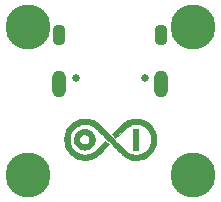
<source format=gbr>
%TF.GenerationSoftware,KiCad,Pcbnew,(5.1.10)-1*%
%TF.CreationDate,2021-07-01T01:20:02+08:00*%
%TF.ProjectId,u1,75312e6b-6963-4616-945f-706362585858,rev?*%
%TF.SameCoordinates,Original*%
%TF.FileFunction,Soldermask,Bot*%
%TF.FilePolarity,Negative*%
%FSLAX46Y46*%
G04 Gerber Fmt 4.6, Leading zero omitted, Abs format (unit mm)*
G04 Created by KiCad (PCBNEW (5.1.10)-1) date 2021-07-01 01:20:02*
%MOMM*%
%LPD*%
G01*
G04 APERTURE LIST*
%ADD10C,0.010000*%
%ADD11O,1.200000X2.300000*%
%ADD12C,0.650000*%
%ADD13O,1.100000X1.800000*%
%ADD14C,3.800000*%
G04 APERTURE END LIST*
D10*
%TO.C,G\u002A\u002A\u002A*%
G36*
X111011067Y-99766681D02*
G01*
X110826497Y-99792614D01*
X110648454Y-99835541D01*
X110481125Y-99894248D01*
X110339273Y-99961679D01*
X110292174Y-99987874D01*
X110248848Y-100013327D01*
X110207549Y-100039538D01*
X110166531Y-100068010D01*
X110124049Y-100100244D01*
X110078357Y-100137742D01*
X110027709Y-100182006D01*
X109970360Y-100234537D01*
X109904564Y-100296838D01*
X109828576Y-100370410D01*
X109740649Y-100456754D01*
X109639039Y-100557372D01*
X109588819Y-100607277D01*
X109121228Y-101072261D01*
X109274064Y-101225321D01*
X109426899Y-101378381D01*
X109874427Y-100932965D01*
X109960999Y-100847207D01*
X110044834Y-100764935D01*
X110124116Y-100687878D01*
X110197029Y-100617765D01*
X110261758Y-100556329D01*
X110316487Y-100505297D01*
X110359400Y-100466401D01*
X110388682Y-100441369D01*
X110397000Y-100435039D01*
X110547628Y-100342609D01*
X110703625Y-100272560D01*
X110865793Y-100224636D01*
X111034934Y-100198584D01*
X111159001Y-100193225D01*
X111332645Y-100204438D01*
X111500555Y-100237558D01*
X111661105Y-100291806D01*
X111812669Y-100366402D01*
X111953621Y-100460567D01*
X112082336Y-100573521D01*
X112180046Y-100682648D01*
X112239446Y-100766101D01*
X112297731Y-100865006D01*
X112351130Y-100971876D01*
X112395875Y-101079225D01*
X112425877Y-101170954D01*
X112437311Y-101214154D01*
X112445627Y-101251497D01*
X112451316Y-101288071D01*
X112454870Y-101328959D01*
X112456779Y-101379247D01*
X112457534Y-101444019D01*
X112457639Y-101500000D01*
X112457395Y-101577774D01*
X112456337Y-101637544D01*
X112453974Y-101684395D01*
X112449815Y-101723413D01*
X112443369Y-101759682D01*
X112434145Y-101798287D01*
X112425877Y-101829045D01*
X112392274Y-101930330D01*
X112346589Y-102037944D01*
X112292592Y-102144400D01*
X112234051Y-102242213D01*
X112180046Y-102317351D01*
X112067233Y-102441859D01*
X111942570Y-102547753D01*
X111802837Y-102637638D01*
X111749129Y-102666125D01*
X111600007Y-102731434D01*
X111451408Y-102775746D01*
X111297867Y-102800363D01*
X111159000Y-102806774D01*
X110984564Y-102796031D01*
X110817673Y-102763623D01*
X110657471Y-102709276D01*
X110503101Y-102632719D01*
X110397000Y-102565034D01*
X110378301Y-102549484D01*
X110343951Y-102518144D01*
X110294563Y-102471616D01*
X110230751Y-102410501D01*
X110153130Y-102335399D01*
X110062312Y-102246911D01*
X109958913Y-102145639D01*
X109843544Y-102032183D01*
X109716821Y-101907144D01*
X109579357Y-101771123D01*
X109431765Y-101624722D01*
X109274660Y-101468540D01*
X109132773Y-101327223D01*
X108966016Y-101161007D01*
X108814714Y-101010252D01*
X108677965Y-100874121D01*
X108554865Y-100751777D01*
X108444513Y-100642382D01*
X108346006Y-100545100D01*
X108258442Y-100459094D01*
X108180918Y-100383525D01*
X108112532Y-100317558D01*
X108052382Y-100260354D01*
X107999564Y-100211077D01*
X107953177Y-100168890D01*
X107912318Y-100132956D01*
X107876085Y-100102437D01*
X107843576Y-100076496D01*
X107813887Y-100054296D01*
X107786116Y-100035000D01*
X107759362Y-100017772D01*
X107732721Y-100001772D01*
X107705292Y-99986166D01*
X107676171Y-99970115D01*
X107660728Y-99961679D01*
X107504602Y-99888295D01*
X107335550Y-99830447D01*
X107158604Y-99789160D01*
X106978801Y-99765459D01*
X106801174Y-99760371D01*
X106701509Y-99766316D01*
X106542504Y-99786479D01*
X106398586Y-99816273D01*
X106263094Y-99857578D01*
X106129364Y-99912272D01*
X106053338Y-99949157D01*
X105901806Y-100035450D01*
X105764497Y-100133561D01*
X105634318Y-100248659D01*
X105611753Y-100270919D01*
X105479221Y-100418387D01*
X105367344Y-100575175D01*
X105274868Y-100743317D01*
X105200538Y-100924845D01*
X105191279Y-100952135D01*
X105155021Y-101072802D01*
X105129666Y-101185713D01*
X105113898Y-101299253D01*
X105106402Y-101421807D01*
X105105325Y-101500000D01*
X105108643Y-101631583D01*
X105119472Y-101749308D01*
X105139127Y-101861559D01*
X105168926Y-101976722D01*
X105191279Y-102047864D01*
X105263106Y-102231482D01*
X105352899Y-102401421D01*
X105461912Y-102559715D01*
X105591401Y-102708396D01*
X105611753Y-102729080D01*
X105760002Y-102861720D01*
X105920332Y-102975550D01*
X106091012Y-103069934D01*
X106270310Y-103144239D01*
X106456495Y-103197831D01*
X106647836Y-103230076D01*
X106842600Y-103240340D01*
X106988934Y-103233318D01*
X107173504Y-103207385D01*
X107351547Y-103164458D01*
X107518876Y-103105751D01*
X107660728Y-103038320D01*
X107707827Y-103012125D01*
X107751153Y-102986673D01*
X107792452Y-102960461D01*
X107833470Y-102931989D01*
X107875952Y-102899755D01*
X107921644Y-102862257D01*
X107972292Y-102817993D01*
X108029641Y-102765462D01*
X108095437Y-102703161D01*
X108171425Y-102629590D01*
X108259352Y-102543245D01*
X108360962Y-102442627D01*
X108411182Y-102392723D01*
X108878773Y-101927738D01*
X108725935Y-101774676D01*
X108573097Y-101621615D01*
X108119799Y-102073375D01*
X108013035Y-102179545D01*
X107920744Y-102270676D01*
X107841243Y-102348224D01*
X107772847Y-102413647D01*
X107713871Y-102468400D01*
X107662631Y-102513940D01*
X107617442Y-102551724D01*
X107576620Y-102583207D01*
X107538480Y-102609847D01*
X107501337Y-102633099D01*
X107463507Y-102654420D01*
X107424046Y-102674894D01*
X107281647Y-102734369D01*
X107128297Y-102776208D01*
X106968286Y-102800122D01*
X106805904Y-102805822D01*
X106645443Y-102793017D01*
X106491193Y-102761417D01*
X106428312Y-102742139D01*
X106267486Y-102675526D01*
X106117630Y-102589286D01*
X105980694Y-102484777D01*
X105858622Y-102363359D01*
X105819955Y-102317351D01*
X105760555Y-102233898D01*
X105702270Y-102134993D01*
X105648871Y-102028123D01*
X105604126Y-101920774D01*
X105574124Y-101829045D01*
X105562690Y-101785846D01*
X105554374Y-101748502D01*
X105548685Y-101711928D01*
X105545131Y-101671040D01*
X105543222Y-101620752D01*
X105542467Y-101555980D01*
X105542362Y-101500000D01*
X105542606Y-101422226D01*
X105543664Y-101362455D01*
X105546027Y-101315604D01*
X105550186Y-101276586D01*
X105556632Y-101240317D01*
X105565856Y-101201712D01*
X105574124Y-101170954D01*
X105607727Y-101069669D01*
X105653412Y-100962055D01*
X105707409Y-100855599D01*
X105765950Y-100757786D01*
X105819955Y-100682648D01*
X105932768Y-100558140D01*
X106057431Y-100452246D01*
X106197164Y-100362361D01*
X106250872Y-100333875D01*
X106399994Y-100268565D01*
X106548593Y-100224253D01*
X106702134Y-100199637D01*
X106841000Y-100193225D01*
X107015471Y-100203973D01*
X107182398Y-100236396D01*
X107342622Y-100290759D01*
X107496982Y-100367330D01*
X107603000Y-100434988D01*
X107621672Y-100450520D01*
X107655989Y-100481833D01*
X107705332Y-100528320D01*
X107769079Y-100589374D01*
X107846611Y-100664386D01*
X107937307Y-100752750D01*
X108040546Y-100853857D01*
X108155708Y-100967101D01*
X108282172Y-101091873D01*
X108419318Y-101227567D01*
X108566525Y-101373574D01*
X108723173Y-101529288D01*
X108867228Y-101672753D01*
X109034006Y-101838981D01*
X109185329Y-101989747D01*
X109322099Y-102125890D01*
X109445219Y-102248245D01*
X109555590Y-102357651D01*
X109654116Y-102454945D01*
X109741697Y-102540962D01*
X109819238Y-102616542D01*
X109887640Y-102682519D01*
X109947805Y-102739732D01*
X110000635Y-102789017D01*
X110047034Y-102831212D01*
X110087903Y-102867154D01*
X110124144Y-102897679D01*
X110156661Y-102923625D01*
X110186354Y-102945829D01*
X110214127Y-102965128D01*
X110240882Y-102982358D01*
X110267522Y-102998357D01*
X110294947Y-103013963D01*
X110324062Y-103030011D01*
X110339273Y-103038320D01*
X110498138Y-103112906D01*
X110669802Y-103171167D01*
X110849940Y-103212268D01*
X111034224Y-103235373D01*
X111218330Y-103239647D01*
X111339664Y-103231534D01*
X111536558Y-103199364D01*
X111726752Y-103145393D01*
X111908832Y-103070300D01*
X112081384Y-102974760D01*
X112242996Y-102859453D01*
X112388248Y-102729080D01*
X112520780Y-102581612D01*
X112632657Y-102424824D01*
X112725133Y-102256683D01*
X112799463Y-102075154D01*
X112808722Y-102047864D01*
X112844980Y-101927197D01*
X112870335Y-101814286D01*
X112886103Y-101700747D01*
X112893599Y-101578193D01*
X112894676Y-101500000D01*
X112891358Y-101368416D01*
X112880529Y-101250692D01*
X112860874Y-101138440D01*
X112831075Y-101023277D01*
X112808722Y-100952135D01*
X112736895Y-100768517D01*
X112647102Y-100598578D01*
X112538089Y-100440284D01*
X112408600Y-100291603D01*
X112388248Y-100270919D01*
X112239999Y-100138279D01*
X112079669Y-100024449D01*
X111908989Y-99930065D01*
X111729691Y-99855760D01*
X111543506Y-99802168D01*
X111352165Y-99769923D01*
X111157401Y-99759659D01*
X111011067Y-99766681D01*
G37*
X111011067Y-99766681D02*
X110826497Y-99792614D01*
X110648454Y-99835541D01*
X110481125Y-99894248D01*
X110339273Y-99961679D01*
X110292174Y-99987874D01*
X110248848Y-100013327D01*
X110207549Y-100039538D01*
X110166531Y-100068010D01*
X110124049Y-100100244D01*
X110078357Y-100137742D01*
X110027709Y-100182006D01*
X109970360Y-100234537D01*
X109904564Y-100296838D01*
X109828576Y-100370410D01*
X109740649Y-100456754D01*
X109639039Y-100557372D01*
X109588819Y-100607277D01*
X109121228Y-101072261D01*
X109274064Y-101225321D01*
X109426899Y-101378381D01*
X109874427Y-100932965D01*
X109960999Y-100847207D01*
X110044834Y-100764935D01*
X110124116Y-100687878D01*
X110197029Y-100617765D01*
X110261758Y-100556329D01*
X110316487Y-100505297D01*
X110359400Y-100466401D01*
X110388682Y-100441369D01*
X110397000Y-100435039D01*
X110547628Y-100342609D01*
X110703625Y-100272560D01*
X110865793Y-100224636D01*
X111034934Y-100198584D01*
X111159001Y-100193225D01*
X111332645Y-100204438D01*
X111500555Y-100237558D01*
X111661105Y-100291806D01*
X111812669Y-100366402D01*
X111953621Y-100460567D01*
X112082336Y-100573521D01*
X112180046Y-100682648D01*
X112239446Y-100766101D01*
X112297731Y-100865006D01*
X112351130Y-100971876D01*
X112395875Y-101079225D01*
X112425877Y-101170954D01*
X112437311Y-101214154D01*
X112445627Y-101251497D01*
X112451316Y-101288071D01*
X112454870Y-101328959D01*
X112456779Y-101379247D01*
X112457534Y-101444019D01*
X112457639Y-101500000D01*
X112457395Y-101577774D01*
X112456337Y-101637544D01*
X112453974Y-101684395D01*
X112449815Y-101723413D01*
X112443369Y-101759682D01*
X112434145Y-101798287D01*
X112425877Y-101829045D01*
X112392274Y-101930330D01*
X112346589Y-102037944D01*
X112292592Y-102144400D01*
X112234051Y-102242213D01*
X112180046Y-102317351D01*
X112067233Y-102441859D01*
X111942570Y-102547753D01*
X111802837Y-102637638D01*
X111749129Y-102666125D01*
X111600007Y-102731434D01*
X111451408Y-102775746D01*
X111297867Y-102800363D01*
X111159000Y-102806774D01*
X110984564Y-102796031D01*
X110817673Y-102763623D01*
X110657471Y-102709276D01*
X110503101Y-102632719D01*
X110397000Y-102565034D01*
X110378301Y-102549484D01*
X110343951Y-102518144D01*
X110294563Y-102471616D01*
X110230751Y-102410501D01*
X110153130Y-102335399D01*
X110062312Y-102246911D01*
X109958913Y-102145639D01*
X109843544Y-102032183D01*
X109716821Y-101907144D01*
X109579357Y-101771123D01*
X109431765Y-101624722D01*
X109274660Y-101468540D01*
X109132773Y-101327223D01*
X108966016Y-101161007D01*
X108814714Y-101010252D01*
X108677965Y-100874121D01*
X108554865Y-100751777D01*
X108444513Y-100642382D01*
X108346006Y-100545100D01*
X108258442Y-100459094D01*
X108180918Y-100383525D01*
X108112532Y-100317558D01*
X108052382Y-100260354D01*
X107999564Y-100211077D01*
X107953177Y-100168890D01*
X107912318Y-100132956D01*
X107876085Y-100102437D01*
X107843576Y-100076496D01*
X107813887Y-100054296D01*
X107786116Y-100035000D01*
X107759362Y-100017772D01*
X107732721Y-100001772D01*
X107705292Y-99986166D01*
X107676171Y-99970115D01*
X107660728Y-99961679D01*
X107504602Y-99888295D01*
X107335550Y-99830447D01*
X107158604Y-99789160D01*
X106978801Y-99765459D01*
X106801174Y-99760371D01*
X106701509Y-99766316D01*
X106542504Y-99786479D01*
X106398586Y-99816273D01*
X106263094Y-99857578D01*
X106129364Y-99912272D01*
X106053338Y-99949157D01*
X105901806Y-100035450D01*
X105764497Y-100133561D01*
X105634318Y-100248659D01*
X105611753Y-100270919D01*
X105479221Y-100418387D01*
X105367344Y-100575175D01*
X105274868Y-100743317D01*
X105200538Y-100924845D01*
X105191279Y-100952135D01*
X105155021Y-101072802D01*
X105129666Y-101185713D01*
X105113898Y-101299253D01*
X105106402Y-101421807D01*
X105105325Y-101500000D01*
X105108643Y-101631583D01*
X105119472Y-101749308D01*
X105139127Y-101861559D01*
X105168926Y-101976722D01*
X105191279Y-102047864D01*
X105263106Y-102231482D01*
X105352899Y-102401421D01*
X105461912Y-102559715D01*
X105591401Y-102708396D01*
X105611753Y-102729080D01*
X105760002Y-102861720D01*
X105920332Y-102975550D01*
X106091012Y-103069934D01*
X106270310Y-103144239D01*
X106456495Y-103197831D01*
X106647836Y-103230076D01*
X106842600Y-103240340D01*
X106988934Y-103233318D01*
X107173504Y-103207385D01*
X107351547Y-103164458D01*
X107518876Y-103105751D01*
X107660728Y-103038320D01*
X107707827Y-103012125D01*
X107751153Y-102986673D01*
X107792452Y-102960461D01*
X107833470Y-102931989D01*
X107875952Y-102899755D01*
X107921644Y-102862257D01*
X107972292Y-102817993D01*
X108029641Y-102765462D01*
X108095437Y-102703161D01*
X108171425Y-102629590D01*
X108259352Y-102543245D01*
X108360962Y-102442627D01*
X108411182Y-102392723D01*
X108878773Y-101927738D01*
X108725935Y-101774676D01*
X108573097Y-101621615D01*
X108119799Y-102073375D01*
X108013035Y-102179545D01*
X107920744Y-102270676D01*
X107841243Y-102348224D01*
X107772847Y-102413647D01*
X107713871Y-102468400D01*
X107662631Y-102513940D01*
X107617442Y-102551724D01*
X107576620Y-102583207D01*
X107538480Y-102609847D01*
X107501337Y-102633099D01*
X107463507Y-102654420D01*
X107424046Y-102674894D01*
X107281647Y-102734369D01*
X107128297Y-102776208D01*
X106968286Y-102800122D01*
X106805904Y-102805822D01*
X106645443Y-102793017D01*
X106491193Y-102761417D01*
X106428312Y-102742139D01*
X106267486Y-102675526D01*
X106117630Y-102589286D01*
X105980694Y-102484777D01*
X105858622Y-102363359D01*
X105819955Y-102317351D01*
X105760555Y-102233898D01*
X105702270Y-102134993D01*
X105648871Y-102028123D01*
X105604126Y-101920774D01*
X105574124Y-101829045D01*
X105562690Y-101785846D01*
X105554374Y-101748502D01*
X105548685Y-101711928D01*
X105545131Y-101671040D01*
X105543222Y-101620752D01*
X105542467Y-101555980D01*
X105542362Y-101500000D01*
X105542606Y-101422226D01*
X105543664Y-101362455D01*
X105546027Y-101315604D01*
X105550186Y-101276586D01*
X105556632Y-101240317D01*
X105565856Y-101201712D01*
X105574124Y-101170954D01*
X105607727Y-101069669D01*
X105653412Y-100962055D01*
X105707409Y-100855599D01*
X105765950Y-100757786D01*
X105819955Y-100682648D01*
X105932768Y-100558140D01*
X106057431Y-100452246D01*
X106197164Y-100362361D01*
X106250872Y-100333875D01*
X106399994Y-100268565D01*
X106548593Y-100224253D01*
X106702134Y-100199637D01*
X106841000Y-100193225D01*
X107015471Y-100203973D01*
X107182398Y-100236396D01*
X107342622Y-100290759D01*
X107496982Y-100367330D01*
X107603000Y-100434988D01*
X107621672Y-100450520D01*
X107655989Y-100481833D01*
X107705332Y-100528320D01*
X107769079Y-100589374D01*
X107846611Y-100664386D01*
X107937307Y-100752750D01*
X108040546Y-100853857D01*
X108155708Y-100967101D01*
X108282172Y-101091873D01*
X108419318Y-101227567D01*
X108566525Y-101373574D01*
X108723173Y-101529288D01*
X108867228Y-101672753D01*
X109034006Y-101838981D01*
X109185329Y-101989747D01*
X109322099Y-102125890D01*
X109445219Y-102248245D01*
X109555590Y-102357651D01*
X109654116Y-102454945D01*
X109741697Y-102540962D01*
X109819238Y-102616542D01*
X109887640Y-102682519D01*
X109947805Y-102739732D01*
X110000635Y-102789017D01*
X110047034Y-102831212D01*
X110087903Y-102867154D01*
X110124144Y-102897679D01*
X110156661Y-102923625D01*
X110186354Y-102945829D01*
X110214127Y-102965128D01*
X110240882Y-102982358D01*
X110267522Y-102998357D01*
X110294947Y-103013963D01*
X110324062Y-103030011D01*
X110339273Y-103038320D01*
X110498138Y-103112906D01*
X110669802Y-103171167D01*
X110849940Y-103212268D01*
X111034224Y-103235373D01*
X111218330Y-103239647D01*
X111339664Y-103231534D01*
X111536558Y-103199364D01*
X111726752Y-103145393D01*
X111908832Y-103070300D01*
X112081384Y-102974760D01*
X112242996Y-102859453D01*
X112388248Y-102729080D01*
X112520780Y-102581612D01*
X112632657Y-102424824D01*
X112725133Y-102256683D01*
X112799463Y-102075154D01*
X112808722Y-102047864D01*
X112844980Y-101927197D01*
X112870335Y-101814286D01*
X112886103Y-101700747D01*
X112893599Y-101578193D01*
X112894676Y-101500000D01*
X112891358Y-101368416D01*
X112880529Y-101250692D01*
X112860874Y-101138440D01*
X112831075Y-101023277D01*
X112808722Y-100952135D01*
X112736895Y-100768517D01*
X112647102Y-100598578D01*
X112538089Y-100440284D01*
X112408600Y-100291603D01*
X112388248Y-100270919D01*
X112239999Y-100138279D01*
X112079669Y-100024449D01*
X111908989Y-99930065D01*
X111729691Y-99855760D01*
X111543506Y-99802168D01*
X111352165Y-99769923D01*
X111157401Y-99759659D01*
X111011067Y-99766681D01*
G36*
X110939637Y-102365909D02*
G01*
X111378364Y-102365909D01*
X111378364Y-100634091D01*
X110939637Y-100634091D01*
X110939637Y-102365909D01*
G37*
X110939637Y-102365909D02*
X111378364Y-102365909D01*
X111378364Y-100634091D01*
X110939637Y-100634091D01*
X110939637Y-102365909D01*
G36*
X106725344Y-100637122D02*
G01*
X106623673Y-100649320D01*
X106526958Y-100675134D01*
X106431137Y-100714291D01*
X106306755Y-100784833D01*
X106197823Y-100872105D01*
X106105448Y-100974813D01*
X106030739Y-101091660D01*
X105974802Y-101221351D01*
X105961481Y-101263838D01*
X105942931Y-101354400D01*
X105934132Y-101457180D01*
X105935086Y-101563464D01*
X105945791Y-101664540D01*
X105961481Y-101736161D01*
X106010392Y-101866124D01*
X106078386Y-101985340D01*
X106163432Y-102091888D01*
X106263501Y-102183843D01*
X106376562Y-102259282D01*
X106500585Y-102316282D01*
X106606598Y-102347372D01*
X106678517Y-102358489D01*
X106762949Y-102363898D01*
X106850644Y-102363563D01*
X106932358Y-102357450D01*
X106985319Y-102348797D01*
X107115786Y-102308520D01*
X107237617Y-102248220D01*
X107348594Y-102170021D01*
X107446502Y-102076043D01*
X107529125Y-101968410D01*
X107594247Y-101849244D01*
X107639122Y-101722674D01*
X107656134Y-101631464D01*
X107663530Y-101528514D01*
X107662930Y-101500000D01*
X107227773Y-101500000D01*
X107226906Y-101555525D01*
X107223312Y-101596127D01*
X107215505Y-101629939D01*
X107201997Y-101665096D01*
X107194590Y-101681522D01*
X107147699Y-101758236D01*
X107083994Y-101826388D01*
X107008721Y-101881583D01*
X106927124Y-101919427D01*
X106901793Y-101926842D01*
X106867692Y-101931923D01*
X106821001Y-101934541D01*
X106774563Y-101934202D01*
X106723853Y-101930007D01*
X106680964Y-101920448D01*
X106635286Y-101902646D01*
X106604892Y-101888181D01*
X106521677Y-101835598D01*
X106455714Y-101770545D01*
X106406993Y-101695890D01*
X106375507Y-101614502D01*
X106361245Y-101529249D01*
X106364201Y-101442999D01*
X106384364Y-101358621D01*
X106421726Y-101278983D01*
X106476278Y-101206954D01*
X106548012Y-101145402D01*
X106607269Y-101110663D01*
X106651839Y-101089488D01*
X106686332Y-101076578D01*
X106719666Y-101069928D01*
X106760757Y-101067531D01*
X106800032Y-101067314D01*
X106855710Y-101068565D01*
X106896821Y-101073009D01*
X106931827Y-101082187D01*
X106969193Y-101097640D01*
X106970917Y-101098439D01*
X107046852Y-101144113D01*
X107115528Y-101205090D01*
X107170826Y-101275347D01*
X107194590Y-101318478D01*
X107210820Y-101356483D01*
X107220750Y-101389860D01*
X107225866Y-101426741D01*
X107227656Y-101475261D01*
X107227773Y-101500000D01*
X107662930Y-101500000D01*
X107661309Y-101423073D01*
X107649473Y-101324395D01*
X107639122Y-101277326D01*
X107600148Y-101162022D01*
X107546305Y-101058066D01*
X107474586Y-100960355D01*
X107412849Y-100893655D01*
X107314307Y-100804909D01*
X107215720Y-100736988D01*
X107112873Y-100688006D01*
X107001554Y-100656078D01*
X106877549Y-100639317D01*
X106839729Y-100637073D01*
X106725344Y-100637122D01*
G37*
X106725344Y-100637122D02*
X106623673Y-100649320D01*
X106526958Y-100675134D01*
X106431137Y-100714291D01*
X106306755Y-100784833D01*
X106197823Y-100872105D01*
X106105448Y-100974813D01*
X106030739Y-101091660D01*
X105974802Y-101221351D01*
X105961481Y-101263838D01*
X105942931Y-101354400D01*
X105934132Y-101457180D01*
X105935086Y-101563464D01*
X105945791Y-101664540D01*
X105961481Y-101736161D01*
X106010392Y-101866124D01*
X106078386Y-101985340D01*
X106163432Y-102091888D01*
X106263501Y-102183843D01*
X106376562Y-102259282D01*
X106500585Y-102316282D01*
X106606598Y-102347372D01*
X106678517Y-102358489D01*
X106762949Y-102363898D01*
X106850644Y-102363563D01*
X106932358Y-102357450D01*
X106985319Y-102348797D01*
X107115786Y-102308520D01*
X107237617Y-102248220D01*
X107348594Y-102170021D01*
X107446502Y-102076043D01*
X107529125Y-101968410D01*
X107594247Y-101849244D01*
X107639122Y-101722674D01*
X107656134Y-101631464D01*
X107663530Y-101528514D01*
X107662930Y-101500000D01*
X107227773Y-101500000D01*
X107226906Y-101555525D01*
X107223312Y-101596127D01*
X107215505Y-101629939D01*
X107201997Y-101665096D01*
X107194590Y-101681522D01*
X107147699Y-101758236D01*
X107083994Y-101826388D01*
X107008721Y-101881583D01*
X106927124Y-101919427D01*
X106901793Y-101926842D01*
X106867692Y-101931923D01*
X106821001Y-101934541D01*
X106774563Y-101934202D01*
X106723853Y-101930007D01*
X106680964Y-101920448D01*
X106635286Y-101902646D01*
X106604892Y-101888181D01*
X106521677Y-101835598D01*
X106455714Y-101770545D01*
X106406993Y-101695890D01*
X106375507Y-101614502D01*
X106361245Y-101529249D01*
X106364201Y-101442999D01*
X106384364Y-101358621D01*
X106421726Y-101278983D01*
X106476278Y-101206954D01*
X106548012Y-101145402D01*
X106607269Y-101110663D01*
X106651839Y-101089488D01*
X106686332Y-101076578D01*
X106719666Y-101069928D01*
X106760757Y-101067531D01*
X106800032Y-101067314D01*
X106855710Y-101068565D01*
X106896821Y-101073009D01*
X106931827Y-101082187D01*
X106969193Y-101097640D01*
X106970917Y-101098439D01*
X107046852Y-101144113D01*
X107115528Y-101205090D01*
X107170826Y-101275347D01*
X107194590Y-101318478D01*
X107210820Y-101356483D01*
X107220750Y-101389860D01*
X107225866Y-101426741D01*
X107227656Y-101475261D01*
X107227773Y-101500000D01*
X107662930Y-101500000D01*
X107661309Y-101423073D01*
X107649473Y-101324395D01*
X107639122Y-101277326D01*
X107600148Y-101162022D01*
X107546305Y-101058066D01*
X107474586Y-100960355D01*
X107412849Y-100893655D01*
X107314307Y-100804909D01*
X107215720Y-100736988D01*
X107112873Y-100688006D01*
X107001554Y-100656078D01*
X106877549Y-100639317D01*
X106839729Y-100637073D01*
X106725344Y-100637122D01*
%TD*%
D11*
%TO.C,J1*%
X104680000Y-96830000D03*
X113320000Y-96830000D03*
D12*
X111890000Y-96300000D03*
D13*
X113320000Y-92650000D03*
D12*
X106110000Y-96300000D03*
D13*
X104680000Y-92650000D03*
%TD*%
D14*
%TO.C,REF\u002A\u002A*%
X116000000Y-104500000D03*
%TD*%
%TO.C,REF\u002A\u002A*%
X102000000Y-104500000D03*
%TD*%
%TO.C,REF\u002A\u002A*%
X116000000Y-92000000D03*
%TD*%
%TO.C,REF\u002A\u002A*%
X102000000Y-92000000D03*
%TD*%
M02*

</source>
